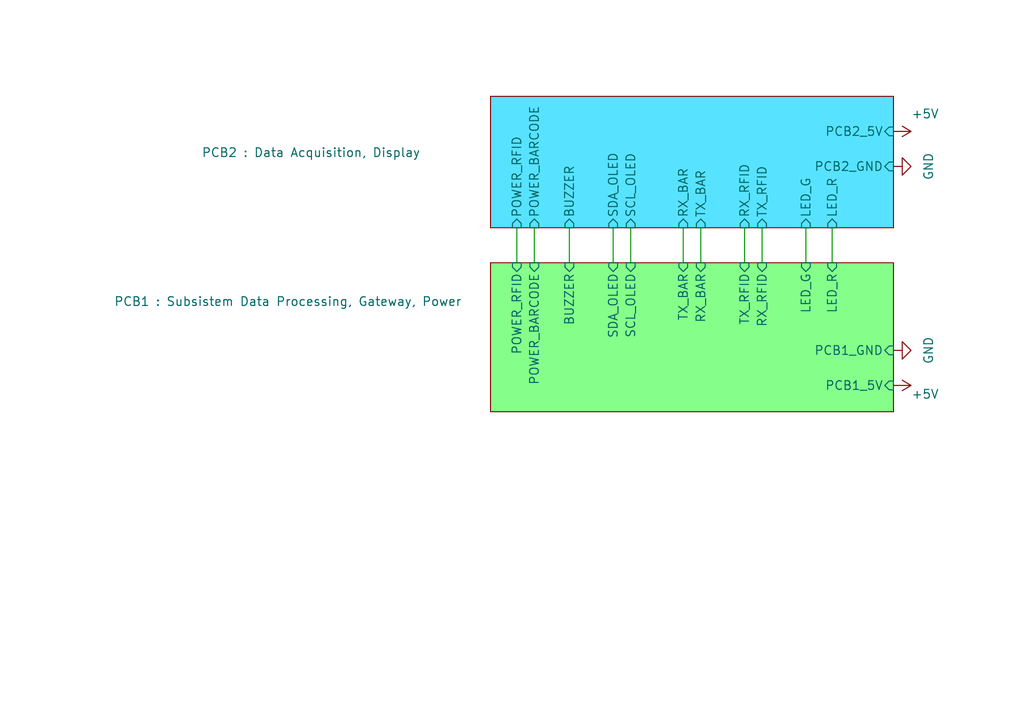
<source format=kicad_sch>
(kicad_sch (version 20230121) (generator eeschema)
  (paper "User" 148.488 105.004)
  (title_block (title "WMS Scanner") (date "2024-02-28") (rev "1.4") (company "Institut Teknologi Bandung") (comment 1 "Bostang Palaguna") (comment 2 "Designed By:"))
  (lib_symbols
    (symbol "power:+5V" (power) (pin_names (offset 0))
      (property "Value" "+5V" (at 0 3.556 0))
      (symbol "+5V_0_1"
        (polyline (pts (xy -0.762 1.27) (xy 0 2.54)))
        (polyline (pts (xy 0 0) (xy 0 2.54)))
        (polyline (pts (xy 0 2.54) (xy 0.762 1.27)))
      )
      (symbol "+5V_1_1"
        (pin power_in line (at 0 0 90) (length 0) hide (name "+5V") (number "1"))
      )
    )
    (symbol "power:GND" (power) (pin_names (offset 0))
      (property "Value" "GND" (at 0 -3.81 0))
      (symbol "GND_0_1"
        (polyline (pts (xy 0 0) (xy 0 -1.27) (xy 1.27 -1.27) (xy 0 -2.54) (xy -1.27 -1.27) (xy 0 -1.27)))
      )
      (symbol "GND_1_1"
        (pin power_in line (at 0 0 270) (length 0) hide (name "GND") (number "1"))
      )
    )
  )
  (wire (pts (xy 116.84 38.1) (xy 116.84 33.02)))
  (wire (pts (xy 91.44 38.1) (xy 91.44 33.02)))
  (wire (pts (xy 120.65 38.1) (xy 120.65 33.02)))
  (wire (pts (xy 82.55 38.1) (xy 82.55 33.02)))
  (wire (pts (xy 110.49 38.1) (xy 110.49 33.02)))
  (wire (pts (xy 101.6 38.1) (xy 101.6 33.02)))
  (wire (pts (xy 107.95 38.1) (xy 107.95 33.02)))
  (wire (pts (xy 74.93 33.02) (xy 74.93 38.1)))
  (wire (pts (xy 88.9 38.1) (xy 88.9 33.02)))
  (wire (pts (xy 77.47 33.02) (xy 77.47 38.1)))
  (wire (pts (xy 99.06 38.1) (xy 99.06 33.02)))
  (symbol (lib_id "power:+5V") (at 129.54 55.88 270) (unit 1)
    (property "Reference" "#PWR030" (effects hide))
    (property "Value" "+5V" (at 132.08 57.15 90) (effects (justify left)))
  )
  (symbol (lib_id "power:GND") (at 129.54 50.8 90) (unit 1)
    (property "Reference" "#PWR034" (effects hide))
    (property "Value" "GND" (at 134.62 50.8 0))
  )
  (symbol (lib_id "power:GND") (at 129.54 24.13 90) (unit 1)
    (property "Reference" "#PWR035" (effects hide))
    (property "Value" "GND" (at 134.62 24.13 0))
  )
  (symbol (lib_id "power:+5V") (at 129.54 19.05 270) (unit 1)
    (property "Reference" "#PWR033" (effects hide))
    (property "Value" "+5V" (at 132.08 16.51 90) (effects (justify left)))
  )
  (sheet (at 71.12 13.97) (size 58.42 19.05) (stroke (width 0.1524)) (fill (color 87 226 255 1.0000))
    (property "Sheetname" "PCB2 : Data Acquisition, Display" (at 29.21 22.86 0) (effects (justify left bottom)))
    (property "Sheetfile" "PCB2_DataAcq_Display.kicad_sch" (effects hide))
    (pin "LED_R" input (at 120.65 33.02 270))
    (pin "LED_G" input (at 116.84 33.02 270))
    (pin "RX_RFID" input (at 107.95 33.02 270))
    (pin "TX_BAR" input (at 101.6 33.02 270))
    (pin "TX_RFID" input (at 110.49 33.02 270))
    (pin "RX_BAR" input (at 99.06 33.02 270))
    (pin "SDA_OLED" input (at 88.9 33.02 270))
    (pin "SCL_OLED" input (at 91.44 33.02 270))
    (pin "PCB2_5V" input (at 129.54 19.05 0))
    (pin "PCB2_GND" input (at 129.54 24.13 0))
    (pin "BUZZER" input (at 82.55 33.02 270))
    (pin "POWER_RFID" input (at 74.93 33.02 270))
    (pin "POWER_BARCODE" input (at 77.47 33.02 270))
  )
  (sheet (at 71.12 38.1) (size 58.42 21.59) (stroke (width 0.1524)) (fill (color 133 255 137 1.0000))
    (property "Sheetname" "PCB1 : Subsistem Data Processing, Gateway, Power" (at 16.51 44.45 0) (effects (justify left bottom)))
    (property "Sheetfile" "PCB1_DataProc_Power_Gateway.kicad_sch" (effects hide))
    (pin "SDA_OLED" input (at 88.9 38.1 90))
    (pin "TX_BAR" input (at 99.06 38.1 90))
    (pin "BUZZER" input (at 82.55 38.1 90))
    (pin "RX_BAR" input (at 101.6 38.1 90))
    (pin "SCL_OLED" input (at 91.44 38.1 90))
    (pin "LED_R" input (at 120.65 38.1 90))
    (pin "TX_RFID" input (at 107.95 38.1 90))
    (pin "LED_G" input (at 116.84 38.1 90))
    (pin "RX_RFID" input (at 110.49 38.1 90))
    (pin "PCB1_5V" input (at 129.54 55.88 0))
    (pin "PCB1_GND" input (at 129.54 50.8 0))
    (pin "POWER_BARCODE" input (at 77.47 38.1 90))
    (pin "POWER_RFID" input (at 74.93 38.1 90))
  )
)
</source>
